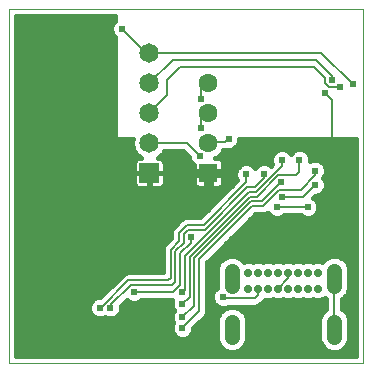
<source format=gbl>
G75*
%MOIN*%
%OFA0B0*%
%FSLAX25Y25*%
%IPPOS*%
%LPD*%
%AMOC8*
5,1,8,0,0,1.08239X$1,22.5*
%
%ADD10C,0.00000*%
%ADD11C,0.05118*%
%ADD12C,0.02756*%
%ADD13R,0.06500X0.06500*%
%ADD14C,0.06500*%
%ADD15R,0.06299X0.06299*%
%ADD16C,0.06299*%
%ADD17C,0.01600*%
%ADD18C,0.02400*%
%ADD19C,0.00600*%
%ADD20C,0.00800*%
D10*
X0009674Y0012935D02*
X0009674Y0131046D01*
X0127784Y0131046D01*
X0127784Y0012935D01*
X0009674Y0012935D01*
D11*
X0084075Y0021671D02*
X0084075Y0026789D01*
X0084075Y0038600D02*
X0084075Y0043718D01*
X0118091Y0043718D02*
X0118091Y0038600D01*
X0118091Y0026789D02*
X0118091Y0021671D01*
D12*
X0112795Y0037813D03*
X0109449Y0037813D03*
X0106102Y0037813D03*
X0102756Y0037813D03*
X0099409Y0037813D03*
X0096063Y0037813D03*
X0092717Y0037813D03*
X0089370Y0037813D03*
X0089370Y0043128D03*
X0092717Y0043128D03*
X0096063Y0043128D03*
X0099409Y0043128D03*
X0102756Y0043128D03*
X0106102Y0043128D03*
X0109449Y0043128D03*
X0112795Y0043128D03*
D13*
X0056524Y0076321D03*
D14*
X0056524Y0086321D03*
X0056524Y0096321D03*
X0056524Y0106321D03*
X0056524Y0116321D03*
D15*
X0076209Y0076321D03*
D16*
X0076209Y0086321D03*
X0076209Y0096321D03*
X0076209Y0106321D03*
D17*
X0086502Y0087739D02*
X0125384Y0087739D01*
X0125384Y0015335D01*
X0012074Y0015335D01*
X0012074Y0128646D01*
X0045107Y0128646D01*
X0045107Y0127082D01*
X0044417Y0126392D01*
X0043869Y0125069D01*
X0043869Y0123637D01*
X0044417Y0122313D01*
X0045107Y0121624D01*
X0045107Y0087739D01*
X0050996Y0087739D01*
X0050874Y0087445D01*
X0050874Y0085197D01*
X0051735Y0083121D01*
X0053324Y0081531D01*
X0053711Y0081371D01*
X0053037Y0081371D01*
X0052580Y0081249D01*
X0052169Y0081012D01*
X0051834Y0080676D01*
X0051597Y0080266D01*
X0051474Y0079808D01*
X0051474Y0076396D01*
X0056449Y0076396D01*
X0056449Y0076246D01*
X0051474Y0076246D01*
X0051474Y0072834D01*
X0051597Y0072376D01*
X0051834Y0071966D01*
X0052169Y0071631D01*
X0052580Y0071394D01*
X0053037Y0071271D01*
X0056449Y0071271D01*
X0056449Y0076246D01*
X0056599Y0076246D01*
X0056599Y0071271D01*
X0060011Y0071271D01*
X0060469Y0071394D01*
X0060880Y0071631D01*
X0061215Y0071966D01*
X0061452Y0072376D01*
X0061574Y0072834D01*
X0061574Y0076246D01*
X0056599Y0076246D01*
X0056599Y0076396D01*
X0061574Y0076396D01*
X0061574Y0079808D01*
X0061452Y0080266D01*
X0061215Y0080676D01*
X0060880Y0081012D01*
X0060469Y0081249D01*
X0060011Y0081371D01*
X0059338Y0081371D01*
X0059725Y0081531D01*
X0061314Y0083121D01*
X0061522Y0083621D01*
X0067847Y0083621D01*
X0069854Y0081615D01*
X0069854Y0081117D01*
X0070402Y0079794D01*
X0071260Y0078936D01*
X0071260Y0077096D01*
X0075435Y0077096D01*
X0075435Y0075546D01*
X0076984Y0075546D01*
X0076984Y0071372D01*
X0079596Y0071372D01*
X0080054Y0071494D01*
X0080464Y0071731D01*
X0080799Y0072066D01*
X0081036Y0072477D01*
X0081159Y0072935D01*
X0081159Y0075546D01*
X0076984Y0075546D01*
X0076984Y0077096D01*
X0081159Y0077096D01*
X0081159Y0079708D01*
X0081036Y0080166D01*
X0080799Y0080576D01*
X0080464Y0080911D01*
X0080054Y0081148D01*
X0079596Y0081271D01*
X0078518Y0081271D01*
X0079353Y0081616D01*
X0080914Y0083178D01*
X0081196Y0083857D01*
X0082258Y0083857D01*
X0082937Y0084139D01*
X0083618Y0084139D01*
X0084942Y0084687D01*
X0085954Y0085699D01*
X0086502Y0087022D01*
X0086502Y0087739D01*
X0086272Y0086467D02*
X0125384Y0086467D01*
X0125384Y0084868D02*
X0085123Y0084868D01*
X0080952Y0083270D02*
X0098146Y0083270D01*
X0098580Y0083704D02*
X0097567Y0082691D01*
X0097019Y0081368D01*
X0097019Y0079936D01*
X0097322Y0079205D01*
X0096925Y0078807D01*
X0096753Y0078979D01*
X0095429Y0079528D01*
X0093997Y0079528D01*
X0092674Y0078979D01*
X0091761Y0078066D01*
X0090847Y0078979D01*
X0089524Y0079528D01*
X0088092Y0079528D01*
X0086769Y0078979D01*
X0085756Y0077967D01*
X0085208Y0076644D01*
X0085208Y0075211D01*
X0085741Y0073923D01*
X0073516Y0061698D01*
X0068586Y0061698D01*
X0067593Y0061287D01*
X0066834Y0060528D01*
X0064078Y0057772D01*
X0063667Y0056780D01*
X0063667Y0054605D01*
X0061322Y0052260D01*
X0060911Y0051268D01*
X0060911Y0043194D01*
X0048901Y0043194D01*
X0047908Y0042783D01*
X0040164Y0035039D01*
X0039273Y0035039D01*
X0037950Y0034491D01*
X0036937Y0033479D01*
X0036389Y0032155D01*
X0036389Y0030723D01*
X0036937Y0029400D01*
X0037950Y0028387D01*
X0039273Y0027839D01*
X0040705Y0027839D01*
X0041761Y0028277D01*
X0042816Y0027839D01*
X0044248Y0027839D01*
X0045572Y0028387D01*
X0046584Y0029400D01*
X0047132Y0030723D01*
X0047132Y0032008D01*
X0048998Y0033874D01*
X0049367Y0033506D01*
X0050690Y0032957D01*
X0052122Y0032957D01*
X0053446Y0033506D01*
X0053797Y0033857D01*
X0064164Y0033857D01*
X0063948Y0033337D01*
X0063948Y0031904D01*
X0064496Y0030581D01*
X0064622Y0030455D01*
X0064496Y0030329D01*
X0063948Y0029006D01*
X0063948Y0027574D01*
X0064385Y0026518D01*
X0063948Y0025463D01*
X0063948Y0024030D01*
X0064496Y0022707D01*
X0065509Y0021695D01*
X0066832Y0021146D01*
X0068264Y0021146D01*
X0069587Y0021695D01*
X0070600Y0022707D01*
X0071148Y0024030D01*
X0071148Y0024528D01*
X0075349Y0028729D01*
X0075760Y0029721D01*
X0075760Y0046463D01*
X0091895Y0062598D01*
X0094857Y0062598D01*
X0095849Y0063009D01*
X0095908Y0063068D01*
X0095992Y0062865D01*
X0097005Y0061852D01*
X0098328Y0061304D01*
X0099760Y0061304D01*
X0101083Y0061852D01*
X0101435Y0062204D01*
X0106889Y0062204D01*
X0107241Y0061852D01*
X0108564Y0061304D01*
X0109996Y0061304D01*
X0111320Y0061852D01*
X0112332Y0062865D01*
X0112880Y0064188D01*
X0112880Y0065620D01*
X0112332Y0066943D01*
X0111320Y0067956D01*
X0111117Y0068040D01*
X0111861Y0068784D01*
X0112359Y0068784D01*
X0113682Y0069332D01*
X0114694Y0070345D01*
X0115243Y0071668D01*
X0115243Y0073100D01*
X0114694Y0074423D01*
X0114371Y0074746D01*
X0114694Y0075069D01*
X0115243Y0076393D01*
X0115243Y0077825D01*
X0114694Y0079148D01*
X0113682Y0080161D01*
X0112359Y0080709D01*
X0110926Y0080709D01*
X0110124Y0080376D01*
X0110124Y0081368D01*
X0109576Y0082691D01*
X0108564Y0083704D01*
X0107240Y0084252D01*
X0105808Y0084252D01*
X0104485Y0083704D01*
X0103572Y0082790D01*
X0102658Y0083704D01*
X0101335Y0084252D01*
X0099903Y0084252D01*
X0098580Y0083704D01*
X0097145Y0081671D02*
X0079408Y0081671D01*
X0081061Y0080073D02*
X0097019Y0080073D01*
X0092169Y0078474D02*
X0091352Y0078474D01*
X0086264Y0078474D02*
X0081159Y0078474D01*
X0081159Y0075277D02*
X0085208Y0075277D01*
X0085304Y0076876D02*
X0076984Y0076876D01*
X0076984Y0075277D02*
X0075435Y0075277D01*
X0075435Y0075546D02*
X0075435Y0071372D01*
X0072823Y0071372D01*
X0072365Y0071494D01*
X0071955Y0071731D01*
X0071619Y0072066D01*
X0071383Y0072477D01*
X0071260Y0072935D01*
X0071260Y0075546D01*
X0075435Y0075546D01*
X0075435Y0076876D02*
X0061574Y0076876D01*
X0061574Y0078474D02*
X0071260Y0078474D01*
X0070286Y0080073D02*
X0061503Y0080073D01*
X0059865Y0081671D02*
X0069797Y0081671D01*
X0068198Y0083270D02*
X0061376Y0083270D01*
X0061574Y0075277D02*
X0071260Y0075277D01*
X0071260Y0073679D02*
X0061574Y0073679D01*
X0061281Y0072080D02*
X0071611Y0072080D01*
X0075435Y0072080D02*
X0076984Y0072080D01*
X0076984Y0073679D02*
X0075435Y0073679D01*
X0080807Y0072080D02*
X0083898Y0072080D01*
X0085497Y0073679D02*
X0081159Y0073679D01*
X0082300Y0070482D02*
X0012074Y0070482D01*
X0012074Y0072080D02*
X0051768Y0072080D01*
X0051474Y0073679D02*
X0012074Y0073679D01*
X0012074Y0075277D02*
X0051474Y0075277D01*
X0051474Y0076876D02*
X0012074Y0076876D01*
X0012074Y0078474D02*
X0051474Y0078474D01*
X0051545Y0080073D02*
X0012074Y0080073D01*
X0012074Y0081671D02*
X0053184Y0081671D01*
X0051673Y0083270D02*
X0012074Y0083270D01*
X0012074Y0084868D02*
X0051011Y0084868D01*
X0050874Y0086467D02*
X0012074Y0086467D01*
X0012074Y0088065D02*
X0045107Y0088065D01*
X0045107Y0089664D02*
X0012074Y0089664D01*
X0012074Y0091262D02*
X0045107Y0091262D01*
X0045107Y0092861D02*
X0012074Y0092861D01*
X0012074Y0094459D02*
X0045107Y0094459D01*
X0045107Y0096058D02*
X0012074Y0096058D01*
X0012074Y0097657D02*
X0045107Y0097657D01*
X0045107Y0099255D02*
X0012074Y0099255D01*
X0012074Y0100854D02*
X0045107Y0100854D01*
X0045107Y0102452D02*
X0012074Y0102452D01*
X0012074Y0104051D02*
X0045107Y0104051D01*
X0045107Y0105649D02*
X0012074Y0105649D01*
X0012074Y0107248D02*
X0045107Y0107248D01*
X0045107Y0108846D02*
X0012074Y0108846D01*
X0012074Y0110445D02*
X0045107Y0110445D01*
X0045107Y0112043D02*
X0012074Y0112043D01*
X0012074Y0113642D02*
X0045107Y0113642D01*
X0045107Y0115240D02*
X0012074Y0115240D01*
X0012074Y0116839D02*
X0045107Y0116839D01*
X0045107Y0118437D02*
X0012074Y0118437D01*
X0012074Y0120036D02*
X0045107Y0120036D01*
X0045097Y0121634D02*
X0012074Y0121634D01*
X0012074Y0123233D02*
X0044037Y0123233D01*
X0043869Y0124831D02*
X0012074Y0124831D01*
X0012074Y0126430D02*
X0044455Y0126430D01*
X0045107Y0128028D02*
X0012074Y0128028D01*
X0056449Y0075277D02*
X0056599Y0075277D01*
X0056599Y0073679D02*
X0056449Y0073679D01*
X0056449Y0072080D02*
X0056599Y0072080D01*
X0067197Y0060891D02*
X0012074Y0060891D01*
X0012074Y0062489D02*
X0074307Y0062489D01*
X0075906Y0064088D02*
X0012074Y0064088D01*
X0012074Y0065686D02*
X0077504Y0065686D01*
X0079103Y0067285D02*
X0012074Y0067285D01*
X0012074Y0068883D02*
X0080701Y0068883D01*
X0088589Y0059292D02*
X0125384Y0059292D01*
X0125384Y0060891D02*
X0090188Y0060891D01*
X0091786Y0062489D02*
X0096368Y0062489D01*
X0086991Y0057694D02*
X0125384Y0057694D01*
X0125384Y0056095D02*
X0085392Y0056095D01*
X0083794Y0054497D02*
X0125384Y0054497D01*
X0125384Y0052898D02*
X0082195Y0052898D01*
X0080597Y0051300D02*
X0125384Y0051300D01*
X0125384Y0049701D02*
X0078998Y0049701D01*
X0077400Y0048103D02*
X0081701Y0048103D01*
X0081266Y0047922D02*
X0079871Y0046527D01*
X0079116Y0044705D01*
X0079116Y0038126D01*
X0078895Y0038035D01*
X0077882Y0037022D01*
X0077334Y0035699D01*
X0077334Y0034267D01*
X0077882Y0032943D01*
X0078895Y0031931D01*
X0080218Y0031383D01*
X0081650Y0031383D01*
X0082631Y0031789D01*
X0092121Y0031789D01*
X0093150Y0032215D01*
X0093937Y0033003D01*
X0094303Y0033368D01*
X0095069Y0034135D01*
X0095312Y0034035D01*
X0096814Y0034035D01*
X0097736Y0034416D01*
X0098658Y0034035D01*
X0100161Y0034035D01*
X0101083Y0034416D01*
X0102004Y0034035D01*
X0103507Y0034035D01*
X0104429Y0034416D01*
X0105351Y0034035D01*
X0106854Y0034035D01*
X0107776Y0034416D01*
X0108697Y0034035D01*
X0110200Y0034035D01*
X0111122Y0034416D01*
X0112044Y0034035D01*
X0113547Y0034035D01*
X0114935Y0034610D01*
X0115001Y0034676D01*
X0115281Y0034396D01*
X0115391Y0034351D01*
X0115391Y0031038D01*
X0115281Y0030993D01*
X0113886Y0029598D01*
X0113131Y0027775D01*
X0113131Y0020684D01*
X0113886Y0018862D01*
X0115281Y0017467D01*
X0117104Y0016712D01*
X0119077Y0016712D01*
X0120900Y0017467D01*
X0122295Y0018862D01*
X0123050Y0020684D01*
X0123050Y0027775D01*
X0122295Y0029598D01*
X0120900Y0030993D01*
X0120791Y0031038D01*
X0120791Y0034351D01*
X0120900Y0034396D01*
X0122295Y0035791D01*
X0123050Y0037614D01*
X0123050Y0044705D01*
X0122295Y0046527D01*
X0120900Y0047922D01*
X0119077Y0048677D01*
X0117104Y0048677D01*
X0115281Y0047922D01*
X0114054Y0046695D01*
X0113547Y0046905D01*
X0112044Y0046905D01*
X0111122Y0046524D01*
X0110200Y0046905D01*
X0108697Y0046905D01*
X0107776Y0046524D01*
X0106854Y0046905D01*
X0105351Y0046905D01*
X0104429Y0046524D01*
X0103507Y0046905D01*
X0102004Y0046905D01*
X0101083Y0046524D01*
X0100161Y0046905D01*
X0098658Y0046905D01*
X0097736Y0046524D01*
X0096814Y0046905D01*
X0095312Y0046905D01*
X0094390Y0046524D01*
X0093468Y0046905D01*
X0091965Y0046905D01*
X0091043Y0046524D01*
X0090122Y0046905D01*
X0088619Y0046905D01*
X0088111Y0046695D01*
X0086884Y0047922D01*
X0085061Y0048677D01*
X0083088Y0048677D01*
X0081266Y0047922D01*
X0079861Y0046504D02*
X0075801Y0046504D01*
X0075760Y0044906D02*
X0079199Y0044906D01*
X0079116Y0043307D02*
X0075760Y0043307D01*
X0075760Y0041709D02*
X0079116Y0041709D01*
X0079116Y0040110D02*
X0075760Y0040110D01*
X0075760Y0038512D02*
X0079116Y0038512D01*
X0077837Y0036913D02*
X0075760Y0036913D01*
X0075760Y0035315D02*
X0077334Y0035315D01*
X0077562Y0033716D02*
X0075760Y0033716D01*
X0075760Y0032118D02*
X0078708Y0032118D01*
X0080792Y0030519D02*
X0075760Y0030519D01*
X0075428Y0028921D02*
X0079590Y0028921D01*
X0079871Y0029598D02*
X0079116Y0027775D01*
X0079116Y0020684D01*
X0079871Y0018862D01*
X0081266Y0017467D01*
X0083088Y0016712D01*
X0085061Y0016712D01*
X0086884Y0017467D01*
X0088279Y0018862D01*
X0089034Y0020684D01*
X0089034Y0027775D01*
X0088279Y0029598D01*
X0086884Y0030993D01*
X0085061Y0031748D01*
X0083088Y0031748D01*
X0081266Y0030993D01*
X0079871Y0029598D01*
X0079116Y0027322D02*
X0073942Y0027322D01*
X0072343Y0025723D02*
X0079116Y0025723D01*
X0079116Y0024125D02*
X0071148Y0024125D01*
X0070419Y0022526D02*
X0079116Y0022526D01*
X0079116Y0020928D02*
X0012074Y0020928D01*
X0012074Y0019329D02*
X0079677Y0019329D01*
X0081002Y0017731D02*
X0012074Y0017731D01*
X0012074Y0016132D02*
X0125384Y0016132D01*
X0125384Y0017731D02*
X0121164Y0017731D01*
X0122488Y0019329D02*
X0125384Y0019329D01*
X0125384Y0020928D02*
X0123050Y0020928D01*
X0123050Y0022526D02*
X0125384Y0022526D01*
X0125384Y0024125D02*
X0123050Y0024125D01*
X0123050Y0025723D02*
X0125384Y0025723D01*
X0125384Y0027322D02*
X0123050Y0027322D01*
X0122575Y0028921D02*
X0125384Y0028921D01*
X0125384Y0030519D02*
X0121374Y0030519D01*
X0120791Y0032118D02*
X0125384Y0032118D01*
X0125384Y0033716D02*
X0120791Y0033716D01*
X0121818Y0035315D02*
X0125384Y0035315D01*
X0125384Y0036913D02*
X0122759Y0036913D01*
X0123050Y0038512D02*
X0125384Y0038512D01*
X0125384Y0040110D02*
X0123050Y0040110D01*
X0123050Y0041709D02*
X0125384Y0041709D01*
X0125384Y0043307D02*
X0123050Y0043307D01*
X0122966Y0044906D02*
X0125384Y0044906D01*
X0125384Y0046504D02*
X0122304Y0046504D01*
X0120464Y0048103D02*
X0125384Y0048103D01*
X0115717Y0048103D02*
X0086448Y0048103D01*
X0094651Y0033716D02*
X0115391Y0033716D01*
X0115391Y0032118D02*
X0092914Y0032118D01*
X0093937Y0033003D02*
X0093937Y0033003D01*
X0094303Y0033368D02*
X0094303Y0033368D01*
X0088560Y0028921D02*
X0113606Y0028921D01*
X0113131Y0027322D02*
X0089034Y0027322D01*
X0089034Y0025723D02*
X0113131Y0025723D01*
X0113131Y0024125D02*
X0089034Y0024125D01*
X0089034Y0022526D02*
X0113131Y0022526D01*
X0113131Y0020928D02*
X0089034Y0020928D01*
X0088473Y0019329D02*
X0113693Y0019329D01*
X0115017Y0017731D02*
X0087148Y0017731D01*
X0087358Y0030519D02*
X0114807Y0030519D01*
X0111957Y0062489D02*
X0125384Y0062489D01*
X0125384Y0064088D02*
X0112839Y0064088D01*
X0112853Y0065686D02*
X0125384Y0065686D01*
X0125384Y0067285D02*
X0111991Y0067285D01*
X0112598Y0068883D02*
X0125384Y0068883D01*
X0125384Y0070482D02*
X0114751Y0070482D01*
X0115243Y0072080D02*
X0125384Y0072080D01*
X0125384Y0073679D02*
X0115003Y0073679D01*
X0114781Y0075277D02*
X0125384Y0075277D01*
X0125384Y0076876D02*
X0115243Y0076876D01*
X0114973Y0078474D02*
X0125384Y0078474D01*
X0125384Y0080073D02*
X0113769Y0080073D01*
X0109999Y0081671D02*
X0125384Y0081671D01*
X0125384Y0083270D02*
X0108998Y0083270D01*
X0104051Y0083270D02*
X0103092Y0083270D01*
X0065598Y0059292D02*
X0012074Y0059292D01*
X0012074Y0057694D02*
X0064046Y0057694D01*
X0063667Y0056095D02*
X0012074Y0056095D01*
X0012074Y0054497D02*
X0063559Y0054497D01*
X0061960Y0052898D02*
X0012074Y0052898D01*
X0012074Y0051300D02*
X0060924Y0051300D01*
X0060911Y0049701D02*
X0012074Y0049701D01*
X0012074Y0048103D02*
X0060911Y0048103D01*
X0060911Y0046504D02*
X0012074Y0046504D01*
X0012074Y0044906D02*
X0060911Y0044906D01*
X0060911Y0043307D02*
X0012074Y0043307D01*
X0012074Y0041709D02*
X0046834Y0041709D01*
X0045235Y0040110D02*
X0012074Y0040110D01*
X0012074Y0038512D02*
X0043637Y0038512D01*
X0042038Y0036913D02*
X0012074Y0036913D01*
X0012074Y0035315D02*
X0040440Y0035315D01*
X0037175Y0033716D02*
X0012074Y0033716D01*
X0012074Y0032118D02*
X0036389Y0032118D01*
X0036474Y0030519D02*
X0012074Y0030519D01*
X0012074Y0028921D02*
X0037417Y0028921D01*
X0046105Y0028921D02*
X0063948Y0028921D01*
X0064052Y0027322D02*
X0012074Y0027322D01*
X0012074Y0025723D02*
X0064056Y0025723D01*
X0063948Y0024125D02*
X0012074Y0024125D01*
X0012074Y0022526D02*
X0064677Y0022526D01*
X0064558Y0030519D02*
X0047048Y0030519D01*
X0047241Y0032118D02*
X0063948Y0032118D01*
X0064105Y0033716D02*
X0053656Y0033716D01*
X0049157Y0033716D02*
X0048840Y0033716D01*
D18*
X0051406Y0036557D03*
X0043532Y0031439D03*
X0039989Y0031439D03*
X0045501Y0045219D03*
X0058887Y0045219D03*
X0067548Y0036557D03*
X0067548Y0032620D03*
X0067548Y0028290D03*
X0067548Y0024746D03*
X0080934Y0034983D03*
X0079359Y0047187D03*
X0070304Y0055061D03*
X0059280Y0070022D03*
X0061249Y0081439D03*
X0073454Y0081833D03*
X0073847Y0091282D03*
X0082902Y0087739D03*
X0088808Y0075928D03*
X0094713Y0075928D03*
X0100225Y0073172D03*
X0100619Y0068447D03*
X0099044Y0064904D03*
X0109280Y0064904D03*
X0116367Y0064510D03*
X0111643Y0072384D03*
X0111643Y0077109D03*
X0106524Y0080652D03*
X0100619Y0080652D03*
X0117548Y0081833D03*
X0115186Y0103093D03*
X0117548Y0107424D03*
X0119910Y0105061D03*
X0124241Y0105849D03*
X0073847Y0101124D03*
X0047469Y0124353D03*
X0108887Y0051518D03*
X0096288Y0047581D03*
X0093139Y0027502D03*
X0101013Y0027502D03*
X0108887Y0027502D03*
X0112824Y0017266D03*
X0104950Y0017266D03*
X0097076Y0017266D03*
X0089202Y0017266D03*
X0123454Y0047581D03*
D19*
X0118091Y0041159D02*
X0118091Y0024230D01*
X0102756Y0041159D02*
X0102756Y0043128D01*
X0102756Y0041159D02*
X0099409Y0037813D01*
X0092717Y0037813D02*
X0092717Y0037373D01*
X0073060Y0030258D02*
X0067548Y0024746D01*
X0067548Y0028290D02*
X0071485Y0031833D01*
X0071485Y0047975D01*
X0090383Y0066872D01*
X0093926Y0066872D01*
X0100225Y0073172D01*
X0099831Y0070809D02*
X0106918Y0070809D01*
X0111643Y0075534D01*
X0111643Y0077109D01*
X0111643Y0072384D02*
X0107706Y0068447D01*
X0100619Y0068447D01*
X0099831Y0070809D02*
X0094320Y0065298D01*
X0090776Y0065298D01*
X0073060Y0047581D01*
X0073060Y0030258D01*
X0069910Y0034983D02*
X0069910Y0048368D01*
X0089989Y0068447D01*
X0092351Y0068447D01*
X0099438Y0075534D01*
X0105343Y0075534D01*
X0106524Y0076715D01*
X0106524Y0080652D01*
X0100619Y0080652D02*
X0100619Y0078683D01*
X0091957Y0070022D01*
X0089595Y0070022D01*
X0068335Y0048762D01*
X0068335Y0037345D01*
X0067548Y0036557D01*
X0069910Y0034983D02*
X0067548Y0032620D01*
X0064398Y0036557D02*
X0066761Y0038920D01*
X0066761Y0049550D01*
X0070304Y0053093D01*
X0070304Y0055061D01*
X0067942Y0055849D02*
X0069517Y0057424D01*
X0075028Y0057424D01*
X0089202Y0071597D01*
X0091564Y0071597D01*
X0094713Y0074746D01*
X0094713Y0075928D01*
X0088808Y0075928D02*
X0088808Y0073172D01*
X0074635Y0058998D01*
X0069123Y0058998D01*
X0066367Y0056242D01*
X0066367Y0053487D01*
X0063611Y0050731D01*
X0063611Y0041282D01*
X0062824Y0040494D01*
X0049438Y0040494D01*
X0040383Y0031439D01*
X0039989Y0031439D01*
X0043532Y0031439D02*
X0043532Y0032227D01*
X0050225Y0038920D01*
X0064005Y0038920D01*
X0065186Y0040101D01*
X0065186Y0050337D01*
X0067942Y0053093D01*
X0067942Y0055849D01*
X0064398Y0036557D02*
X0051406Y0036557D01*
X0073454Y0081833D02*
X0068965Y0086321D01*
X0056524Y0086321D01*
X0056524Y0096321D02*
X0062430Y0102227D01*
X0062430Y0107424D01*
X0066761Y0111754D01*
X0111249Y0111754D01*
X0115186Y0107817D01*
X0115186Y0106242D01*
X0116367Y0105061D01*
X0119910Y0105061D01*
X0117548Y0107424D02*
X0117548Y0108605D01*
X0112036Y0114117D01*
X0064320Y0114117D01*
X0056524Y0106321D01*
X0056524Y0116321D02*
X0055501Y0116321D01*
X0047469Y0124353D01*
X0056524Y0116321D02*
X0113769Y0116321D01*
X0124241Y0105849D01*
X0117548Y0100731D02*
X0117548Y0081833D01*
X0109280Y0064904D02*
X0099044Y0064904D01*
X0081721Y0086557D02*
X0082902Y0087739D01*
X0081721Y0086557D02*
X0076446Y0086557D01*
X0076209Y0086321D01*
X0073847Y0091282D02*
X0073847Y0093959D01*
X0076209Y0096321D01*
X0073847Y0101124D02*
X0073847Y0103959D01*
X0076209Y0106321D01*
X0115186Y0103093D02*
X0117548Y0100731D01*
D20*
X0092717Y0037813D02*
X0092717Y0035742D01*
X0091564Y0034589D01*
X0081328Y0034589D01*
X0080934Y0034983D01*
M02*

</source>
